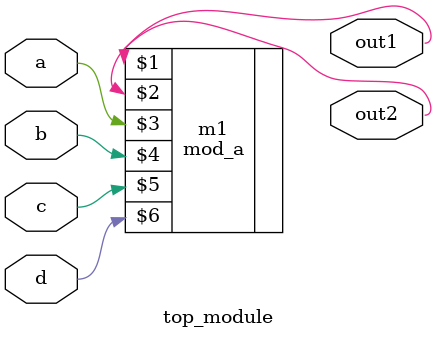
<source format=sv>
module top_module(
    input logic a,
    input logic b,
    input logic c,
    input logic d,
    output logic out1,
    output logic out2
);

    mod_a m1( out1, out2, a, b, c, d );

endmodule
</source>
